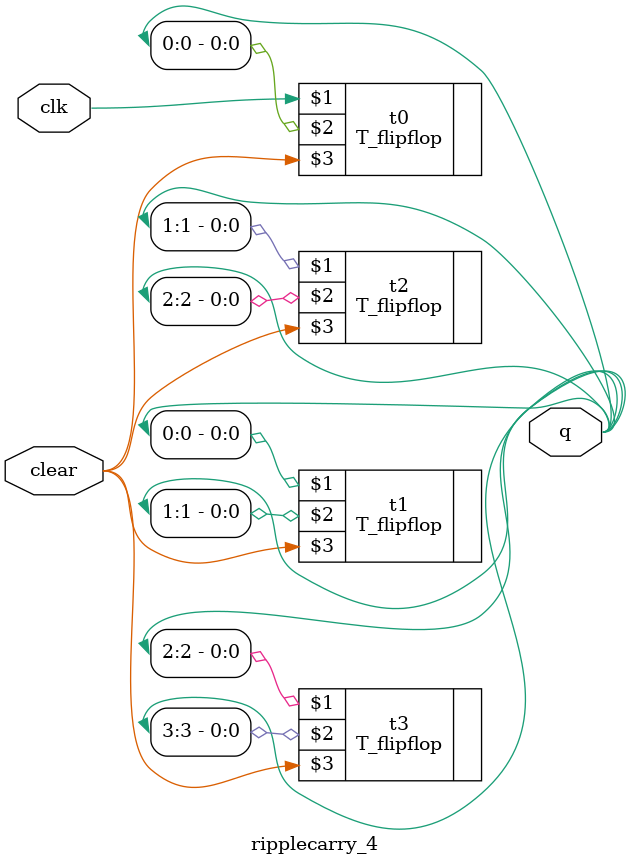
<source format=v>
module ripplecarry_4(clk,clear, q);
  output[3:0] q;
  input clk, clear;
  //assign cbar = ~clk;
  T_flipflop t0 (clk,q[0],clear);
  T_flipflop t1 (q[0],q[1],clear);
  T_flipflop t2 (q[1],q[2],clear);
  T_flipflop t3 (q[2],q[3],clear);
  
endmodule
  

</source>
